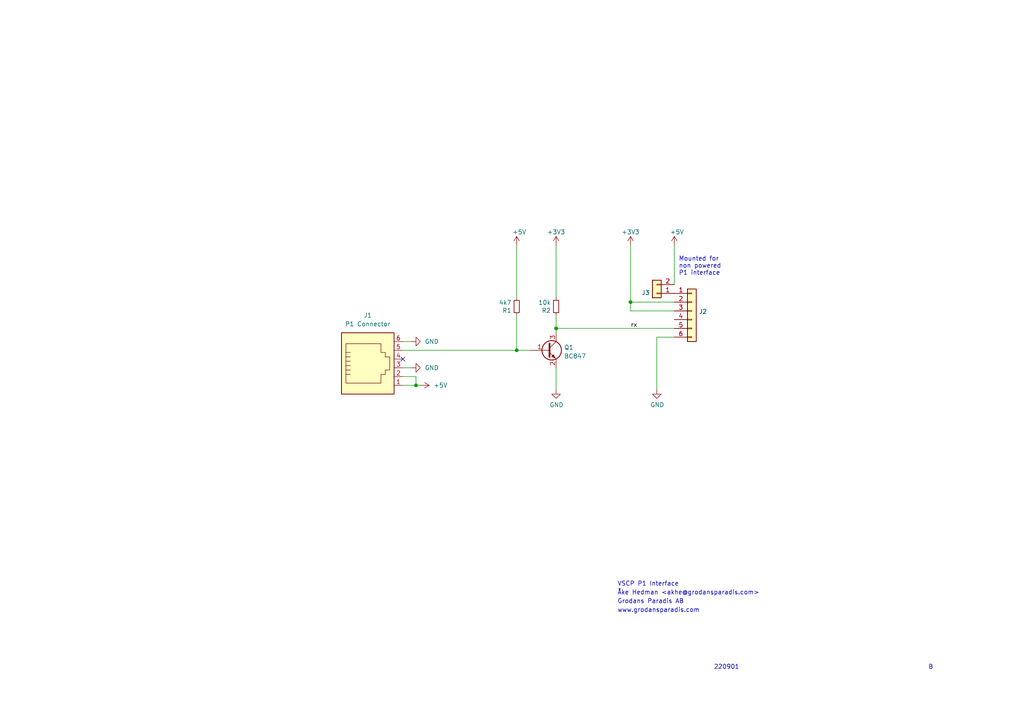
<source format=kicad_sch>
(kicad_sch (version 20211123) (generator eeschema)
  (paper "A4")
  (lib_symbols
    (symbol "Connector:6P6C" (pin_names (offset 1.016))
      (property "Reference" "J" (at -5.08 11.43 0))
      (property "Value" "6P6C" (at 2.54 11.43 0))
      (symbol "6P6C_0_1"
        (polyline (pts (xy -6.35 -1.905) (xy -5.08 -1.905) (xy -5.08 -1.905)))
        (polyline (pts (xy -6.35 -0.635) (xy -5.08 -0.635) (xy -5.08 -0.635)))
        (polyline (pts (xy -6.35 0.635) (xy -5.08 0.635) (xy -5.08 0.635)))
        (polyline (pts (xy -6.35 1.905) (xy -5.08 1.905) (xy -5.08 1.905)))
        (polyline (pts (xy -6.35 3.175) (xy -5.08 3.175) (xy -5.08 3.175)))
        (polyline (pts (xy -5.08 4.445) (xy -6.35 4.445) (xy -6.35 4.445)))
        (polyline (pts (xy -6.35 -4.445) (xy -6.35 6.985) (xy 3.81 6.985) (xy 3.81 4.445) (xy 5.08 4.445) (xy 5.08 3.175) (xy 6.35 3.175) (xy 6.35 -0.635) (xy 5.08 -0.635) (xy 5.08 -1.905) (xy 3.81 -1.905) (xy 3.81 -4.445) (xy -6.35 -4.445) (xy -6.35 -4.445)))
        (rectangle (start 7.62 10.16) (end -7.62 -7.62) (stroke (width 0.254)) (fill (type background)))
      )
      (symbol "6P6C_1_1"
        (pin passive line (at 10.16 -5.08 180) (length 2.54) (name "~") (number "1"))
        (pin passive line (at 10.16 -2.54 180) (length 2.54) (name "~") (number "2"))
        (pin passive line (at 10.16 0 180) (length 2.54) (name "~") (number "3"))
        (pin passive line (at 10.16 2.54 180) (length 2.54) (name "~") (number "4"))
        (pin passive line (at 10.16 5.08 180) (length 2.54) (name "~") (number "5"))
        (pin passive line (at 10.16 7.62 180) (length 2.54) (name "~") (number "6"))
      )
    )
    (symbol "Connector_Generic:Conn_01x02" (pin_names (offset 1.016) hide)
      (property "Reference" "J" (at 0 2.54 0))
      (property "Value" "Conn_01x02" (at 0 -5.08 0))
      (symbol "Conn_01x02_1_1"
        (rectangle (start -1.27 -2.413) (end 0 -2.667) (stroke (width 0.1524)))
        (rectangle (start -1.27 0.127) (end 0 -0.127) (stroke (width 0.1524)))
        (rectangle (start -1.27 1.27) (end 1.27 -3.81) (stroke (width 0.254)) (fill (type background)))
        (pin passive line (at -5.08 0 0) (length 3.81) (name "Pin_1") (number "1"))
        (pin passive line (at -5.08 -2.54 0) (length 3.81) (name "Pin_2") (number "2"))
      )
    )
    (symbol "Connector_Generic:Conn_01x06" (pin_names (offset 1.016) hide)
      (property "Reference" "J" (at 0 7.62 0))
      (property "Value" "Conn_01x06" (at 0 -10.16 0))
      (symbol "Conn_01x06_1_1"
        (rectangle (start -1.27 -7.493) (end 0 -7.747) (stroke (width 0.1524)))
        (rectangle (start -1.27 -4.953) (end 0 -5.207) (stroke (width 0.1524)))
        (rectangle (start -1.27 -2.413) (end 0 -2.667) (stroke (width 0.1524)))
        (rectangle (start -1.27 0.127) (end 0 -0.127) (stroke (width 0.1524)))
        (rectangle (start -1.27 2.667) (end 0 2.413) (stroke (width 0.1524)))
        (rectangle (start -1.27 5.207) (end 0 4.953) (stroke (width 0.1524)))
        (rectangle (start -1.27 6.35) (end 1.27 -8.89) (stroke (width 0.254)) (fill (type background)))
        (pin passive line (at -5.08 5.08 0) (length 3.81) (name "Pin_1") (number "1"))
        (pin passive line (at -5.08 2.54 0) (length 3.81) (name "Pin_2") (number "2"))
        (pin passive line (at -5.08 0 0) (length 3.81) (name "Pin_3") (number "3"))
        (pin passive line (at -5.08 -2.54 0) (length 3.81) (name "Pin_4") (number "4"))
        (pin passive line (at -5.08 -5.08 0) (length 3.81) (name "Pin_5") (number "5"))
        (pin passive line (at -5.08 -7.62 0) (length 3.81) (name "Pin_6") (number "6"))
      )
    )
    (symbol "Device:R_Small" (pin_numbers hide) (pin_names (offset 0.254) hide)
      (property "Reference" "R" (at 0.762 0.508 0))
      (property "Value" "R_Small" (at 0.762 -1.016 0))
      (symbol "R_Small_0_1"
        (rectangle (start -0.762 1.778) (end 0.762 -1.778) (stroke (width 0.2032)))
      )
      (symbol "R_Small_1_1"
        (pin passive line (at 0 2.54 270) (length 0.762) (name "~") (number "1"))
        (pin passive line (at 0 -2.54 90) (length 0.762) (name "~") (number "2"))
      )
    )
    (symbol "Transistor_BJT:BC847" (pin_names (offset 0) hide)
      (property "Reference" "Q" (at 5.08 1.905 0))
      (property "Value" "BC847" (at 5.08 0 0))
      (symbol "BC847_0_1"
        (polyline (pts (xy 0.635 0.635) (xy 2.54 2.54)))
        (polyline (pts (xy 0.635 -0.635) (xy 2.54 -2.54) (xy 2.54 -2.54)))
        (polyline (pts (xy 0.635 1.905) (xy 0.635 -1.905) (xy 0.635 -1.905)) (stroke (width 0.508)))
        (polyline (pts (xy 1.27 -1.778) (xy 1.778 -1.27) (xy 2.286 -2.286) (xy 1.27 -1.778) (xy 1.27 -1.778)) (fill (type outline)))
        (circle (center 1.27 0) (radius 2.8194) (stroke (width 0.254)))
      )
      (symbol "BC847_1_1"
        (pin input line (at -5.08 0 0) (length 5.715) (name "B") (number "1"))
        (pin passive line (at 2.54 -5.08 90) (length 2.54) (name "E") (number "2"))
        (pin passive line (at 2.54 5.08 270) (length 2.54) (name "C") (number "3"))
      )
    )
    (symbol "power:+3.3V" (power) (pin_names (offset 0))
      (property "Value" "+3.3V" (at 0 3.556 0))
      (symbol "+3.3V_0_1"
        (polyline (pts (xy -0.762 1.27) (xy 0 2.54)))
        (polyline (pts (xy 0 0) (xy 0 2.54)))
        (polyline (pts (xy 0 2.54) (xy 0.762 1.27)))
      )
      (symbol "+3.3V_1_1"
        (pin power_in line (at 0 0 90) (length 0) hide (name "+3V3") (number "1"))
      )
    )
    (symbol "power:+5V" (power) (pin_names (offset 0))
      (property "Value" "+5V" (at 0 3.556 0))
      (symbol "+5V_0_1"
        (polyline (pts (xy -0.762 1.27) (xy 0 2.54)))
        (polyline (pts (xy 0 0) (xy 0 2.54)))
        (polyline (pts (xy 0 2.54) (xy 0.762 1.27)))
      )
      (symbol "+5V_1_1"
        (pin power_in line (at 0 0 90) (length 0) hide (name "+5V") (number "1"))
      )
    )
    (symbol "power:GND" (power) (pin_names (offset 0))
      (property "Value" "GND" (at 0 -3.81 0))
      (symbol "GND_0_1"
        (polyline (pts (xy 0 0) (xy 0 -1.27) (xy 1.27 -1.27) (xy 0 -2.54) (xy -1.27 -1.27) (xy 0 -1.27)))
      )
      (symbol "GND_1_1"
        (pin power_in line (at 0 0 270) (length 0) hide (name "GND") (number "1"))
      )
    )
  )
  (junction (at 120.65 111.76))
  (junction (at 149.86 101.6))
  (junction (at 182.88 87.63))
  (junction (at 161.29 95.25))
  (no_connect (at 116.84 104.14))
  (wire (pts (xy 161.29 91.44) (xy 161.29 95.25)))
  (wire (pts (xy 161.29 71.12) (xy 161.29 86.36)))
  (wire (pts (xy 120.65 111.76) (xy 121.92 111.76)))
  (wire (pts (xy 182.88 87.63) (xy 195.58 87.63)))
  (wire (pts (xy 120.65 109.22) (xy 120.65 111.76)))
  (wire (pts (xy 195.58 97.79) (xy 190.5 97.79)))
  (wire (pts (xy 161.29 113.03) (xy 161.29 106.68)))
  (wire (pts (xy 182.88 71.12) (xy 182.88 87.63)))
  (wire (pts (xy 116.84 101.6) (xy 149.86 101.6)))
  (wire (pts (xy 116.84 99.06) (xy 119.38 99.06)))
  (wire (pts (xy 116.84 111.76) (xy 120.65 111.76)))
  (wire (pts (xy 116.84 106.68) (xy 119.38 106.68)))
  (wire (pts (xy 149.86 71.12) (xy 149.86 86.36)))
  (wire (pts (xy 190.5 97.79) (xy 190.5 113.03)))
  (wire (pts (xy 161.29 95.25) (xy 161.29 96.52)))
  (wire (pts (xy 195.58 90.17) (xy 182.88 90.17)))
  (wire (pts (xy 149.86 101.6) (xy 153.67 101.6)))
  (wire (pts (xy 161.29 95.25) (xy 195.58 95.25)))
  (wire (pts (xy 149.86 91.44) (xy 149.86 101.6)))
  (wire (pts (xy 116.84 109.22) (xy 120.65 109.22)))
  (wire (pts (xy 195.58 71.12) (xy 195.58 82.55)))
  (wire (pts (xy 182.88 87.63) (xy 182.88 90.17)))
  (text "Mounted for\nnon powered\nP1 interface" (at 196.85 80.01 0) (effects (font (size 1.27 1.27)) (justify left bottom)))
  (text "VSCP P1 Interface" (at 179.07 170.18 0) (effects (font (size 1.27 1.27)) (justify left bottom)))
  (text "Åke Hedman <akhe@grodansparadis.com>" (at 179.07 172.72 0) (effects (font (size 1.27 1.27)) (justify left bottom)))
  (text "B" (at 269.24 194.31 0) (effects (font (size 1.27 1.27)) (justify left bottom)))
  (text "www.grodansparadis.com" (at 179.07 177.8 0) (effects (font (size 1.27 1.27)) (justify left bottom)))
  (text "Grodans Paradis AB" (at 179.07 175.26 0) (effects (font (size 1.27 1.27)) (justify left bottom)))
  (text "220901" (at 207.01 194.31 0) (effects (font (size 1.27 1.27)) (justify left bottom)))
  (label "rx" (at 182.88 95.25 0))
  (symbol (lib_id "Device:R_Small") (at 149.86 88.9 180) (unit 1)
    (property "Reference" "R1" (at 148.3614 90.0684 0) (effects (justify left)))
    (property "Value" "4k7" (at 148.3614 87.757 0) (effects (justify left)))
    (property "Footprint" "Resistor_SMD:R_0805_2012Metric_Pad1.20x1.40mm_HandSolder" (effects hide))
  )
  (symbol (lib_id "power:+5V") (at 121.92 111.76 270) (unit 1)
    (property "Reference" "#PWR0101" (effects hide))
    (property "Value" "+5V" (at 125.73 111.7599 90) (effects (justify left)))
  )
  (symbol (lib_id "Transistor_BJT:BC847") (at 158.75 101.6 0) (unit 1)
    (property "Reference" "Q1" (at 163.6014 100.7653 0) (effects (justify left)))
    (property "Value" "BC847" (at 163.6014 103.3022 0) (effects (justify left)))
    (property "Footprint" "Package_TO_SOT_SMD:SOT-23" (effects hide))
    (property "Datasheet" "http://www.infineon.com/dgdl/Infineon-BC847SERIES_BC848SERIES_BC849SERIES_BC850SERIES-DS-v01_01-en.pdf?fileId=db3a304314dca389011541d4630a1657" (effects hide))
  )
  (symbol (lib_id "power:+3.3V") (at 182.88 71.12 0) (unit 1)
    (property "Reference" "#PWR0107" (effects hide))
    (property "Value" "+3.3V" (at 182.88 67.31 0))
  )
  (symbol (lib_id "power:+3.3V") (at 161.29 71.12 0) (unit 1)
    (property "Reference" "#PWR0108" (effects hide))
    (property "Value" "+3.3V" (at 161.29 67.31 0))
  )
  (symbol (lib_id "power:GND") (at 161.29 113.03 0) (unit 1)
    (property "Reference" "#PWR0104" (effects hide))
    (property "Value" "GND" (at 161.417 117.4242 0))
  )
  (symbol (lib_id "power:GND") (at 119.38 106.68 90) (unit 1)
    (property "Reference" "#PWR0102" (effects hide))
    (property "Value" "GND" (at 123.19 106.6799 90) (effects (justify right)))
  )
  (symbol (lib_id "power:GND") (at 190.5 113.03 0) (unit 1)
    (property "Reference" "#PWR0105" (effects hide))
    (property "Value" "GND" (at 190.627 117.4242 0))
  )
  (symbol (lib_id "Connector:6P6C") (at 106.68 106.68 0) (unit 1)
    (property "Reference" "J1" (at 106.68 91.44 0))
    (property "Value" "P1 Connector" (at 106.68 93.98 0))
    (property "Footprint" "Connector_RJ:RJ12_Amphenol_54601" (effects hide))
    (property "Datasheet" "https://www.tme.eu/Document/ea184333224e66e86ff816154e741036/54601-906WPLF.pdf" (effects hide))
    (property "PN" " 54601-906WPLF" (effects hide))
  )
  (symbol (lib_id "Connector_Generic:Conn_01x06") (at 200.66 90.17 0) (unit 1)
    (property "Reference" "J2" (at 202.692 90.3732 0) (effects (justify left)))
    (property "Value" "Conn_01x06" (effects hide))
    (property "Footprint" "Connector_PinHeader_2.54mm:PinHeader_1x06_P2.54mm_Vertical" (effects hide))
  )
  (symbol (lib_id "Device:R_Small") (at 161.29 88.9 180) (unit 1)
    (property "Reference" "R2" (at 159.7914 90.0684 0) (effects (justify left)))
    (property "Value" "10k" (at 159.7914 87.757 0) (effects (justify left)))
    (property "Footprint" "Resistor_SMD:R_0805_2012Metric_Pad1.20x1.40mm_HandSolder" (effects hide))
  )
  (symbol (lib_id "power:+5V") (at 195.58 71.12 0) (unit 1)
    (property "Reference" "#PWR0106" (effects hide))
    (property "Value" "+5V" (at 194.31 67.31 0) (effects (justify left)))
  )
  (symbol (lib_id "power:+5V") (at 149.86 71.12 0) (unit 1)
    (property "Reference" "#PWR0109" (effects hide))
    (property "Value" "+5V" (at 148.59 67.31 0) (effects (justify left)))
  )
  (symbol (lib_id "Connector_Generic:Conn_01x02") (at 190.5 85.09 180) (unit 1)
    (property "Reference" "J3" (at 188.468 84.8868 0) (effects (justify left)))
    (property "Value" "Conn_01x02" (effects hide))
    (property "Footprint" "Connector_PinHeader_2.54mm:PinHeader_1x02_P2.54mm_Vertical" (effects hide))
  )
  (symbol (lib_id "power:GND") (at 119.38 99.06 90) (unit 1)
    (property "Reference" "#PWR0103" (effects hide))
    (property "Value" "GND" (at 123.19 99.0599 90) (effects (justify right)))
  )
)
</source>
